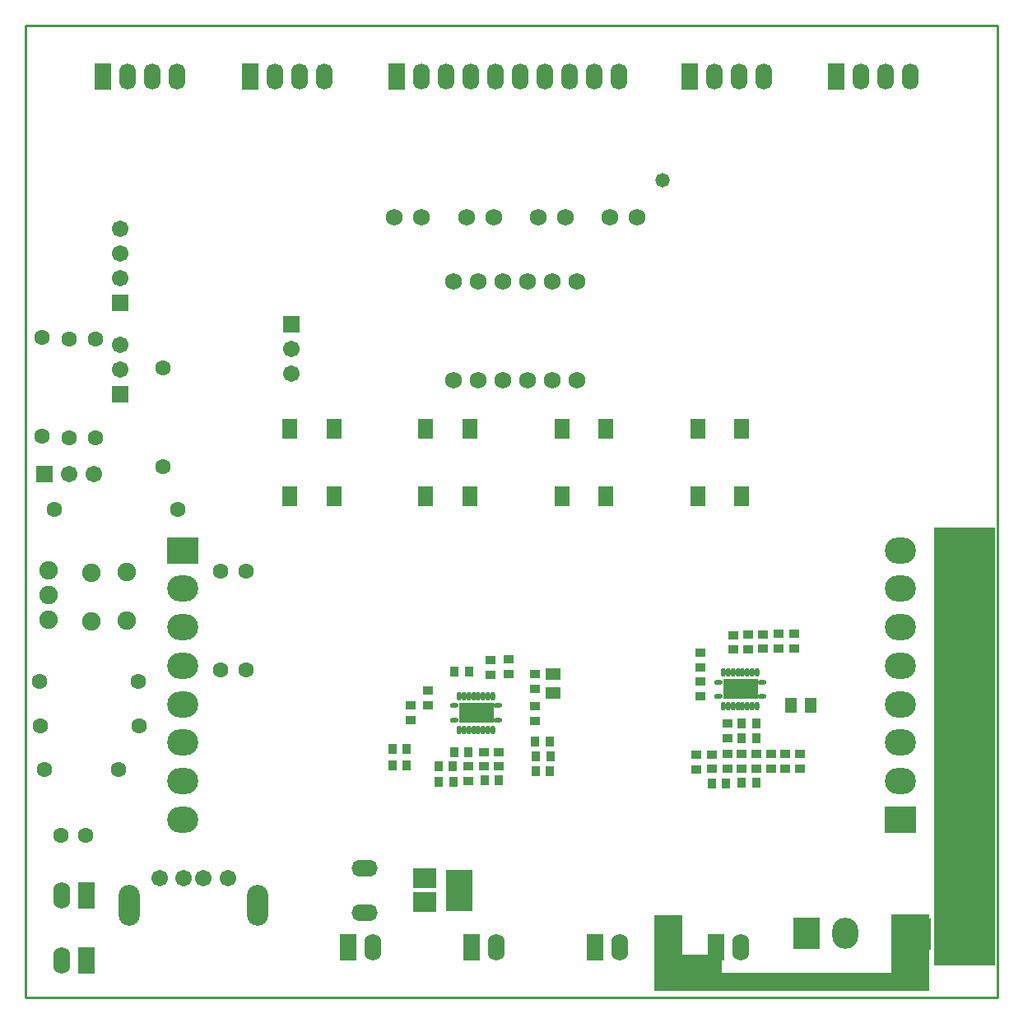
<source format=gbs>
%FSLAX25Y25*%
%MOIN*%
G70*
G01*
G75*
G04 Layer_Color=16711935*
%ADD10R,0.10000X0.07500*%
%ADD11R,0.03937X0.05118*%
%ADD12R,0.02362X0.03937*%
%ADD13R,0.02559X0.05315*%
%ADD14R,0.03937X0.02362*%
%ADD15O,0.03543X0.01969*%
%ADD16R,0.03543X0.01969*%
%ADD17O,0.03543X0.01969*%
%ADD18R,0.05000X0.06000*%
%ADD19O,0.09843X0.05906*%
%ADD20R,0.08661X0.07087*%
%ADD21R,0.09843X0.15748*%
%ADD22O,0.05906X0.03150*%
%ADD23R,0.04000X0.01969*%
%ADD24R,0.08000X0.02400*%
%ADD25O,0.08000X0.02400*%
%ADD26R,0.09449X0.08268*%
%ADD27O,0.00984X0.04724*%
%ADD28O,0.04724X0.00984*%
%ADD29O,0.04724X0.01772*%
%ADD30O,0.01772X0.04724*%
%ADD31R,0.04724X0.01772*%
%ADD32R,0.14410X0.09843*%
%ADD33R,0.14410X0.07874*%
%ADD34R,0.01969X0.06299*%
%ADD35R,0.03543X0.02126*%
%ADD36R,0.05118X0.03937*%
%ADD37R,0.09843X0.14410*%
%ADD38R,0.07874X0.14410*%
%ADD39R,0.06299X0.01969*%
%ADD40R,0.02126X0.03543*%
%ADD41R,0.03347X0.02756*%
%ADD42R,0.10630X0.03937*%
%ADD43R,0.20866X0.11024*%
%ADD44R,0.03937X0.10630*%
%ADD45R,0.21654X0.05630*%
%ADD46C,0.00800*%
%ADD47C,0.10000*%
%ADD48C,0.05000*%
%ADD49C,0.01000*%
%ADD50C,0.03500*%
%ADD51C,0.06000*%
%ADD52C,0.02000*%
%ADD53C,0.03000*%
%ADD54C,0.01500*%
%ADD55C,0.01200*%
%ADD56C,0.04000*%
%ADD57C,0.08000*%
%ADD58R,0.10571X0.09351*%
%ADD59R,0.10871X0.13938*%
%ADD60R,0.06400X0.08900*%
%ADD61R,0.08600X0.43171*%
%ADD62R,0.10722X0.08773*%
%ADD63R,0.28371X0.07471*%
%ADD64R,0.07400X0.15300*%
%ADD65R,0.44271X0.07764*%
%ADD66R,0.12367X0.05271*%
%ADD67R,0.10200X0.04900*%
%ADD68R,0.04000X0.18600*%
%ADD69R,0.18900X0.05200*%
%ADD70R,0.07300X0.29900*%
%ADD71R,0.23600X0.17400*%
%ADD72R,0.25624X0.17093*%
%ADD73R,0.24100X0.17400*%
%ADD74R,0.50200X0.62200*%
%ADD75R,0.24300X1.56600*%
%ADD76O,0.06000X0.10000*%
%ADD77R,0.06000X0.10000*%
%ADD78C,0.05512*%
%ADD79C,0.06693*%
%ADD80C,0.06000*%
%ADD81O,0.05906X0.09843*%
%ADD82R,0.05906X0.09843*%
%ADD83O,0.07874X0.15748*%
%ADD84C,0.05906*%
%ADD85R,0.05906X0.05906*%
%ADD86R,0.05906X0.05906*%
%ADD87C,0.05500*%
%ADD88O,0.09843X0.11811*%
%ADD89R,0.09843X0.11811*%
%ADD90O,0.11811X0.09843*%
%ADD91R,0.11811X0.09843*%
%ADD92C,0.03000*%
%ADD93C,0.02000*%
%ADD94C,0.04000*%
%ADD95C,0.05000*%
%ADD96R,0.05512X0.07087*%
%ADD97R,0.02756X0.03347*%
%ADD98R,0.13386X0.07087*%
%ADD99O,0.02756X0.01181*%
%ADD100O,0.01181X0.02756*%
%ADD101R,0.09100X0.04600*%
%ADD102R,0.04000X0.22000*%
%ADD103R,0.18000X0.06400*%
%ADD104R,0.05200X0.25200*%
%ADD105R,0.50100X0.62100*%
%ADD106R,0.24600X1.31200*%
%ADD107R,0.18400X0.60700*%
%ADD108R,0.46600X0.21200*%
%ADD109C,0.00500*%
%ADD110C,0.00394*%
%ADD111C,0.00787*%
%ADD112C,0.00591*%
%ADD113R,0.04724X0.02756*%
%ADD114R,0.01968X0.03543*%
%ADD115R,0.23900X1.76759*%
%ADD116R,0.10800X0.08300*%
%ADD117R,0.04737X0.05918*%
%ADD118R,0.03162X0.04737*%
%ADD119R,0.03359X0.06115*%
%ADD120R,0.04737X0.03162*%
%ADD121O,0.04343X0.02769*%
%ADD122R,0.04343X0.02769*%
%ADD123O,0.04343X0.02769*%
%ADD124R,0.05800X0.06800*%
%ADD125O,0.10642X0.06706*%
%ADD126R,0.09461X0.07887*%
%ADD127R,0.10642X0.16548*%
%ADD128O,0.06706X0.03950*%
%ADD129R,0.04800X0.02769*%
%ADD130R,0.08800X0.03200*%
%ADD131O,0.08800X0.03200*%
%ADD132R,0.10249X0.09068*%
%ADD133O,0.01784X0.05524*%
%ADD134O,0.05524X0.01784*%
%ADD135O,0.05524X0.02572*%
%ADD136O,0.02572X0.05524*%
%ADD137R,0.05524X0.02572*%
%ADD138R,0.15210X0.10642*%
%ADD139R,0.15210X0.08674*%
%ADD140R,0.02769X0.07099*%
%ADD141R,0.04343X0.02926*%
%ADD142R,0.05918X0.04737*%
%ADD143R,0.10642X0.15210*%
%ADD144R,0.08674X0.15210*%
%ADD145R,0.07099X0.02769*%
%ADD146R,0.02926X0.04343*%
%ADD147R,0.04147X0.03556*%
%ADD148R,0.11430X0.04737*%
%ADD149R,0.21666X0.11824*%
%ADD150R,0.04737X0.11430*%
%ADD151R,0.22453X0.06430*%
%ADD152O,0.06800X0.10800*%
%ADD153R,0.06800X0.10800*%
%ADD154C,0.06312*%
%ADD155C,0.07493*%
%ADD156C,0.06800*%
%ADD157O,0.06706X0.10642*%
%ADD158R,0.06706X0.10642*%
%ADD159O,0.08674X0.16548*%
%ADD160C,0.06706*%
%ADD161R,0.06706X0.06706*%
%ADD162R,0.06706X0.06706*%
%ADD163C,0.06300*%
%ADD164O,0.10642X0.12611*%
%ADD165R,0.10642X0.12611*%
%ADD166O,0.12611X0.10642*%
%ADD167R,0.12611X0.10642*%
%ADD168C,0.05800*%
%ADD169R,0.24600X1.77500*%
%ADD170R,1.11500X0.07500*%
%ADD171R,0.15700X0.26800*%
%ADD172R,0.11700X0.26700*%
%ADD173R,0.26300X0.08900*%
%ADD174R,0.06312X0.07887*%
%ADD175R,0.03556X0.04147*%
%ADD176R,0.14186X0.07887*%
%ADD177O,0.03556X0.01981*%
%ADD178O,0.01981X0.03556*%
D49*
X311024Y-393701D02*
Y0D01*
X-82677Y-393701D02*
X311024D01*
X-82677D02*
Y0D01*
X311024D01*
D117*
X235174Y-275300D02*
D03*
X227300D02*
D03*
D125*
X54694Y-359355D02*
D03*
Y-341245D02*
D03*
D126*
X78906Y-355221D02*
D03*
X78906Y-345379D02*
D03*
D127*
X93080Y-350300D02*
D03*
D142*
X131100Y-262626D02*
D03*
Y-270500D02*
D03*
D147*
X102800Y-300200D02*
D03*
Y-294295D02*
D03*
X109100Y-300205D02*
D03*
Y-294300D02*
D03*
X73300Y-275395D02*
D03*
Y-281300D02*
D03*
X123600Y-275894D02*
D03*
Y-281800D02*
D03*
X113000Y-262806D02*
D03*
Y-256900D02*
D03*
X123600Y-262700D02*
D03*
Y-268605D02*
D03*
X105500Y-257000D02*
D03*
Y-262906D02*
D03*
X80300Y-269500D02*
D03*
Y-275406D02*
D03*
X96700Y-306095D02*
D03*
Y-300189D02*
D03*
X230800Y-301100D02*
D03*
Y-295195D02*
D03*
X224962Y-301100D02*
D03*
Y-295195D02*
D03*
X207450Y-301100D02*
D03*
Y-295195D02*
D03*
X201612Y-295195D02*
D03*
Y-301100D02*
D03*
X188800Y-295400D02*
D03*
Y-301306D02*
D03*
X201600Y-282800D02*
D03*
Y-288705D02*
D03*
X195175Y-295294D02*
D03*
Y-301200D02*
D03*
X190600Y-254000D02*
D03*
Y-259906D02*
D03*
X228500Y-246400D02*
D03*
Y-252306D02*
D03*
X209800Y-246700D02*
D03*
Y-252606D02*
D03*
X213287Y-301100D02*
D03*
Y-295195D02*
D03*
X222300Y-252306D02*
D03*
Y-246400D02*
D03*
X216100Y-252505D02*
D03*
Y-246600D02*
D03*
X219125Y-301100D02*
D03*
Y-295195D02*
D03*
X203800Y-246994D02*
D03*
Y-252900D02*
D03*
X190500Y-265895D02*
D03*
Y-271800D02*
D03*
D152*
X206800Y-373300D02*
D03*
X57800Y-373350D02*
D03*
X107950D02*
D03*
X158100D02*
D03*
X-68200Y-378800D02*
D03*
X-68000Y-352300D02*
D03*
D153*
X196800Y-373300D02*
D03*
X47800Y-373350D02*
D03*
X97950D02*
D03*
X148100D02*
D03*
X-58200Y-378800D02*
D03*
X-58000Y-352300D02*
D03*
D154*
X-71195Y-196200D02*
D03*
X-21195D02*
D03*
X6700Y-261000D02*
D03*
Y-221000D02*
D03*
X-3600Y-261100D02*
D03*
Y-221100D02*
D03*
X-54300Y-127100D02*
D03*
Y-167100D02*
D03*
X-65200Y-127100D02*
D03*
Y-167100D02*
D03*
X-76000Y-126500D02*
D03*
Y-166500D02*
D03*
X-37100Y-265600D02*
D03*
X-77100D02*
D03*
X-45000Y-301300D02*
D03*
X-75000D02*
D03*
X-27000Y-138900D02*
D03*
Y-178900D02*
D03*
X-36800Y-283600D02*
D03*
X-76800D02*
D03*
D155*
X-73300Y-220700D02*
D03*
Y-230700D02*
D03*
Y-240700D02*
D03*
X-56100Y-221600D02*
D03*
Y-241285D02*
D03*
X-41700Y-221400D02*
D03*
Y-241085D02*
D03*
D156*
X66672Y-77837D02*
D03*
X77672D02*
D03*
X120649Y-103900D02*
D03*
X110649D02*
D03*
X100649D02*
D03*
X130649D02*
D03*
X90649D02*
D03*
X140649D02*
D03*
X120649Y-143900D02*
D03*
X110649D02*
D03*
X100649D02*
D03*
X90649D02*
D03*
X130649D02*
D03*
X140649D02*
D03*
X124940Y-77837D02*
D03*
X135940D02*
D03*
X95806D02*
D03*
X106806D02*
D03*
X154074D02*
D03*
X165074D02*
D03*
D157*
X127500Y-20700D02*
D03*
X137500D02*
D03*
X147500D02*
D03*
X157500D02*
D03*
X117500D02*
D03*
X107500D02*
D03*
X77500D02*
D03*
X97500D02*
D03*
X87500D02*
D03*
X255700D02*
D03*
X275700D02*
D03*
X265700D02*
D03*
X196300D02*
D03*
X216300D02*
D03*
X206300D02*
D03*
X-31500D02*
D03*
X-21500D02*
D03*
X-41500D02*
D03*
X28200D02*
D03*
X38200D02*
D03*
X18200D02*
D03*
D158*
X67500D02*
D03*
X245700D02*
D03*
X186300D02*
D03*
X-51500D02*
D03*
X8200D02*
D03*
D159*
X11364Y-356324D02*
D03*
X-40605D02*
D03*
D160*
X-841Y-345300D02*
D03*
X-10684D02*
D03*
X-18557D02*
D03*
X-28400D02*
D03*
X-44500Y-82300D02*
D03*
Y-92300D02*
D03*
Y-102300D02*
D03*
X-65100Y-181900D02*
D03*
X-55100D02*
D03*
X25000Y-131000D02*
D03*
Y-141000D02*
D03*
X-44300Y-139500D02*
D03*
Y-129500D02*
D03*
D161*
X-44500Y-112300D02*
D03*
X25000Y-121000D02*
D03*
X-44300Y-149500D02*
D03*
D162*
X-75100Y-181900D02*
D03*
D163*
X-68500Y-328000D02*
D03*
X-58500D02*
D03*
D164*
X294300Y-368000D02*
D03*
X249200Y-367800D02*
D03*
D165*
X278709Y-368000D02*
D03*
X233609Y-367800D02*
D03*
D166*
X-18898Y-228189D02*
D03*
Y-243780D02*
D03*
Y-274961D02*
D03*
Y-259370D02*
D03*
Y-321733D02*
D03*
Y-306142D02*
D03*
Y-290551D02*
D03*
X271654Y-243780D02*
D03*
Y-228189D02*
D03*
Y-212598D02*
D03*
Y-274961D02*
D03*
Y-259370D02*
D03*
Y-290551D02*
D03*
Y-306142D02*
D03*
D167*
X-18898Y-212598D02*
D03*
X271654Y-321733D02*
D03*
D168*
X175400Y-62900D02*
D03*
D169*
X297500Y-292050D02*
D03*
D170*
X227550Y-387550D02*
D03*
D171*
X275550Y-373300D02*
D03*
D172*
X177750Y-373750D02*
D03*
D173*
X186250Y-380850D02*
D03*
D174*
X24239Y-163270D02*
D03*
Y-190829D02*
D03*
X42153Y-163270D02*
D03*
Y-190829D02*
D03*
X134476Y-163270D02*
D03*
Y-190829D02*
D03*
X152389Y-163270D02*
D03*
Y-190829D02*
D03*
X79357Y-163270D02*
D03*
Y-190829D02*
D03*
X97271Y-163270D02*
D03*
Y-190829D02*
D03*
X189539Y-163270D02*
D03*
Y-190829D02*
D03*
X207452Y-163270D02*
D03*
Y-190829D02*
D03*
D175*
X84495Y-300195D02*
D03*
X90400D02*
D03*
X90995Y-261600D02*
D03*
X96900D02*
D03*
X129706Y-302200D02*
D03*
X123800D02*
D03*
X71700Y-293200D02*
D03*
X65794D02*
D03*
X71700Y-299700D02*
D03*
X65794D02*
D03*
X103200Y-305894D02*
D03*
X109106D02*
D03*
X96700Y-294295D02*
D03*
X90794D02*
D03*
X90600Y-306294D02*
D03*
X84694D02*
D03*
X129800Y-296000D02*
D03*
X123895D02*
D03*
X129600Y-290000D02*
D03*
X123695D02*
D03*
X207400Y-306800D02*
D03*
X213305D02*
D03*
X201105Y-307000D02*
D03*
X195200D02*
D03*
X207395Y-282800D02*
D03*
X213300D02*
D03*
X207295Y-288800D02*
D03*
X213200D02*
D03*
D176*
X99800Y-278500D02*
D03*
X206800Y-268900D02*
D03*
D177*
X108658Y-281453D02*
D03*
Y-275547D02*
D03*
X90942D02*
D03*
Y-281453D02*
D03*
X215658Y-271853D02*
D03*
Y-265947D02*
D03*
X197942D02*
D03*
Y-271853D02*
D03*
D178*
X106690Y-271610D02*
D03*
X104721D02*
D03*
X102753D02*
D03*
X100784D02*
D03*
X98816D02*
D03*
X96847D02*
D03*
X94879D02*
D03*
X92910D02*
D03*
Y-285390D02*
D03*
X94879D02*
D03*
X96847D02*
D03*
X98816D02*
D03*
X100784D02*
D03*
X102753D02*
D03*
X104721D02*
D03*
X106690D02*
D03*
X213690Y-262010D02*
D03*
X211721D02*
D03*
X209753D02*
D03*
X207784D02*
D03*
X205816D02*
D03*
X203847D02*
D03*
X201879D02*
D03*
X199910D02*
D03*
Y-275790D02*
D03*
X201879D02*
D03*
X203847D02*
D03*
X205816D02*
D03*
X207784D02*
D03*
X209753D02*
D03*
X211721D02*
D03*
X213690D02*
D03*
M02*

</source>
